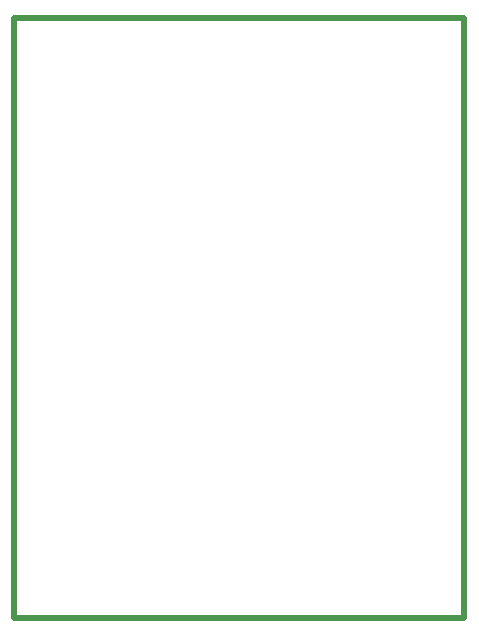
<source format=gbr>
G04 (created by PCBNEW-RS274X (2011-nov-30)-testing) date Fri 09 Dec 2011 12:36:33 PM CST*
G01*
G70*
G90*
%MOIN*%
G04 Gerber Fmt 3.4, Leading zero omitted, Abs format*
%FSLAX34Y34*%
G04 APERTURE LIST*
%ADD10C,0.006000*%
%ADD11C,0.020000*%
G04 APERTURE END LIST*
G54D10*
G54D11*
X00000Y-20000D02*
X00000Y00000D01*
X00000Y00000D02*
X15000Y00000D01*
X15000Y-20000D02*
X00000Y-20000D01*
X15000Y00000D02*
X15000Y-20000D01*
M02*

</source>
